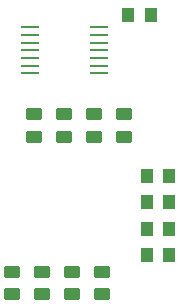
<source format=gbr>
G04 DipTrace 4.0.0.2*
G04 TopPaste.gbr*
%MOIN*%
G04 #@! TF.FileFunction,Paste,Top*
G04 #@! TF.Part,Single*
%AMOUTLINE2*
4,1,28,
-0.019545,0.021651,
0.019545,0.021651,
0.021291,0.021421,
0.022678,0.020846,
0.023869,0.019932,
0.024783,0.018741,
0.025358,0.017354,
0.025588,0.015608,
0.025588,-0.015608,
0.025358,-0.017354,
0.024783,-0.018741,
0.023869,-0.019932,
0.022678,-0.020846,
0.021291,-0.021421,
0.019545,-0.021651,
-0.019545,-0.021651,
-0.021291,-0.021421,
-0.022678,-0.020846,
-0.023869,-0.019932,
-0.024783,-0.018741,
-0.025358,-0.017354,
-0.025588,-0.015608,
-0.025588,0.015608,
-0.025358,0.017354,
-0.024783,0.018741,
-0.023869,0.019932,
-0.022678,0.020846,
-0.021291,0.021421,
-0.019545,0.021651,
0*%
%AMOUTLINE5*
4,1,28,
0.019545,-0.021651,
-0.019545,-0.021651,
-0.021291,-0.021421,
-0.022678,-0.020846,
-0.023869,-0.019932,
-0.024783,-0.018741,
-0.025358,-0.017354,
-0.025588,-0.015608,
-0.025588,0.015608,
-0.025358,0.017354,
-0.024783,0.018741,
-0.023869,0.019932,
-0.022678,0.020846,
-0.021291,0.021421,
-0.019545,0.021651,
0.019545,0.021651,
0.021291,0.021421,
0.022678,0.020846,
0.023869,0.019932,
0.024783,0.018741,
0.025358,0.017354,
0.025588,0.015608,
0.025588,-0.015608,
0.025358,-0.017354,
0.024783,-0.018741,
0.023869,-0.019932,
0.022678,-0.020846,
0.021291,-0.021421,
0.019545,-0.021651,
0*%
%AMOUTLINE8*
4,1,12,
-0.031493,-0.003679,
-0.031493,0.003679,
-0.031463,0.003904,
-0.031238,0.003934,
0.031238,0.003934,
0.031463,0.003904,
0.031493,0.003679,
0.031493,-0.003679,
0.031463,-0.003904,
0.031238,-0.003934,
-0.031238,-0.003934,
-0.031463,-0.003904,
-0.031493,-0.003679,
0*%
%ADD30R,0.043301X0.051175*%
%ADD39OUTLINE2*%
%ADD42OUTLINE5*%
%ADD45OUTLINE8*%
%FSLAX26Y26*%
G04*
G70*
G90*
G75*
G01*
G04 TopPaste*
%LPD*%
D30*
X1224020Y1012552D3*
X1298823D3*
X1224020Y1100054D3*
X1298823D3*
X1224020Y1187554D3*
X1298823D3*
X1224020Y1275052D3*
X1298823D3*
D39*
X848921Y1481205D3*
Y1406402D3*
X948921Y1481205D3*
Y1406402D3*
X1048921Y1481205D3*
Y1406402D3*
X1148921Y1481205D3*
Y1406402D3*
D42*
X773921Y881402D3*
Y956205D3*
X873921Y881402D3*
Y956205D3*
X973921Y881402D3*
Y956205D3*
X1073921Y881402D3*
Y956205D3*
D45*
X834748Y1770575D3*
Y1744984D3*
Y1719394D3*
Y1693803D3*
Y1668213D3*
Y1642622D3*
X834756Y1617031D3*
X1063094D3*
Y1642622D3*
Y1668213D3*
Y1693803D3*
Y1719394D3*
Y1744984D3*
Y1770575D3*
D30*
X1161520Y1812552D3*
X1236323D3*
M02*

</source>
